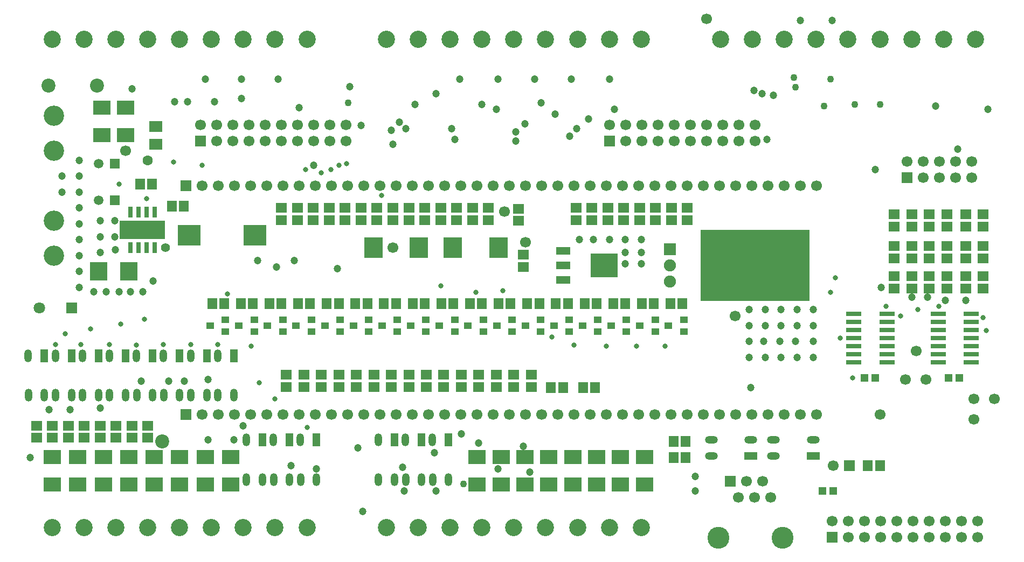
<source format=gts>
%FSLAX42Y42*%
%MOMM*%
G71*
G01*
G75*
%ADD10C,0.20*%
%ADD11O,1.00X1.80*%
%ADD12R,1.00X1.80*%
%ADD13R,3.40X3.00*%
%ADD14R,1.10X1.00*%
%ADD15R,2.20X0.60*%
%ADD16R,1.50X1.30*%
%ADD17R,2.70X3.00*%
%ADD18R,2.60X2.00*%
%ADD19R,1.80X1.00*%
%ADD20O,1.80X1.00*%
%ADD21R,1.30X1.50*%
%ADD22R,1.00X0.85*%
%ADD23R,4.00X3.50*%
%ADD24R,2.00X1.00*%
%ADD25R,7.00X2.80*%
%ADD26R,0.60X1.50*%
%ADD27R,1.80X1.60*%
%ADD28R,2.50X2.70*%
%ADD29R,17.00X11.00*%
%ADD30C,0.25*%
%ADD31C,1.50*%
%ADD32C,2.00*%
%ADD33C,0.30*%
%ADD34C,1.00*%
%ADD35C,0.80*%
%ADD36C,0.40*%
%ADD37C,0.50*%
%ADD38R,3.00X11.50*%
%ADD39R,12.25X11.00*%
%ADD40R,13.50X1.20*%
%ADD41R,3.00X4.40*%
%ADD42R,0.80X4.00*%
%ADD43R,4.55X0.80*%
%ADD44R,7.75X5.25*%
%ADD45R,11.50X1.75*%
%ADD46R,11.75X1.25*%
%ADD47R,2.25X3.90*%
%ADD48R,3.50X23.00*%
%ADD49R,8.25X7.00*%
%ADD50C,4.50*%
%ADD51C,1.50*%
%ADD52R,1.50X1.50*%
%ADD53C,3.25*%
%ADD54C,3.00*%
%ADD55R,1.30X1.30*%
%ADD56C,1.30*%
%ADD57R,1.60X1.60*%
%ADD58C,1.60*%
%ADD59C,2.00*%
%ADD60C,2.50*%
%ADD61R,1.70X1.70*%
%ADD62C,1.70*%
%ADD63C,1.40*%
%ADD64C,1.00*%
%ADD65C,0.60*%
%ADD66C,1.20*%
%ADD67C,0.90*%
%ADD68R,0.85X1.00*%
%ADD69R,1.60X1.80*%
%ADD70R,1.25X1.60*%
%ADD71O,1.25X1.60*%
%ADD72C,0.60*%
%ADD73C,0.25*%
%ADD74R,0.68X5.20*%
%ADD75C,0.13*%
%ADD76R,0.80X0.50*%
%ADD77R,1.61X0.20*%
%ADD78C,0.06*%
%ADD79R,1.70X0.40*%
%ADD80R,7.00X1.50*%
%ADD81R,3.00X12.00*%
%ADD82R,2.00X2.00*%
%ADD83R,2.00X2.00*%
%ADD84O,1.20X2.00*%
%ADD85R,1.20X2.00*%
%ADD86R,3.60X3.20*%
%ADD87R,1.30X1.20*%
%ADD88R,2.40X0.80*%
%ADD89R,1.70X1.50*%
%ADD90R,2.90X3.20*%
%ADD91R,2.80X2.20*%
%ADD92R,2.00X1.20*%
%ADD93O,2.00X1.20*%
%ADD94R,1.50X1.70*%
%ADD95R,1.20X1.05*%
%ADD96R,4.20X3.70*%
%ADD97R,2.20X1.20*%
%ADD98R,7.20X3.00*%
%ADD99R,0.80X1.70*%
%ADD100R,2.00X1.80*%
%ADD101R,2.70X2.90*%
%ADD102R,17.20X11.20*%
%ADD103C,4.70*%
%ADD104C,1.70*%
%ADD105R,1.70X1.70*%
%ADD106C,3.45*%
%ADD107C,3.20*%
%ADD108R,1.50X1.50*%
%ADD109C,1.50*%
%ADD110R,1.80X1.80*%
%ADD111C,1.80*%
%ADD112C,2.20*%
%ADD113C,2.70*%
%ADD114R,1.90X1.90*%
%ADD115C,1.90*%
%ADD116C,1.60*%
%ADD117C,1.20*%
%ADD118C,0.80*%
%ADD119C,1.40*%
%ADD120C,1.10*%
D84*
X3150Y-6095D02*
D03*
X3400D02*
D03*
X3146Y-5475D02*
D03*
X6521Y-6800D02*
D03*
X6775Y-7420D02*
D03*
X6525D02*
D03*
X6096Y-6800D02*
D03*
X6350Y-7420D02*
D03*
X6100D02*
D03*
X1446Y-5475D02*
D03*
X1700Y-6095D02*
D03*
X1450D02*
D03*
X1021Y-5475D02*
D03*
X1275Y-6095D02*
D03*
X1025D02*
D03*
X596Y-5475D02*
D03*
X850Y-6095D02*
D03*
X600D02*
D03*
X171Y-5475D02*
D03*
X425Y-6095D02*
D03*
X175D02*
D03*
X2721Y-5475D02*
D03*
X2975Y-6095D02*
D03*
X2725D02*
D03*
X2296Y-5475D02*
D03*
X2550Y-6095D02*
D03*
X2300D02*
D03*
X1871Y-5475D02*
D03*
X2125Y-6095D02*
D03*
X1875D02*
D03*
X5671Y-6800D02*
D03*
X5925Y-7420D02*
D03*
X5675D02*
D03*
X4446Y-6800D02*
D03*
X4700Y-7420D02*
D03*
X4450D02*
D03*
X4021Y-6800D02*
D03*
X4275Y-7420D02*
D03*
X4025D02*
D03*
X3596Y-6800D02*
D03*
X3850Y-7420D02*
D03*
X3600D02*
D03*
D85*
X3400Y-5475D02*
D03*
X6775Y-6800D02*
D03*
X6350D02*
D03*
X1700Y-5475D02*
D03*
X1275D02*
D03*
X850D02*
D03*
X425D02*
D03*
X2975D02*
D03*
X2550D02*
D03*
X2125D02*
D03*
X5925Y-6800D02*
D03*
X4700D02*
D03*
X4275D02*
D03*
X3850D02*
D03*
D86*
X2700Y-3575D02*
D03*
X3730D02*
D03*
D87*
X14630Y-5825D02*
D03*
X14800D02*
D03*
X13305D02*
D03*
X13475D02*
D03*
X12820Y-7600D02*
D03*
X12650D02*
D03*
D88*
X14465Y-4819D02*
D03*
Y-4946D02*
D03*
Y-5073D02*
D03*
Y-5200D02*
D03*
Y-5327D02*
D03*
Y-5454D02*
D03*
Y-5581D02*
D03*
X14985Y-4819D02*
D03*
Y-4946D02*
D03*
Y-5073D02*
D03*
Y-5200D02*
D03*
Y-5327D02*
D03*
Y-5454D02*
D03*
Y-5581D02*
D03*
X13140Y-4819D02*
D03*
Y-4946D02*
D03*
Y-5073D02*
D03*
Y-5200D02*
D03*
Y-5327D02*
D03*
Y-5454D02*
D03*
Y-5581D02*
D03*
X13660Y-4819D02*
D03*
Y-4946D02*
D03*
Y-5073D02*
D03*
Y-5200D02*
D03*
Y-5327D02*
D03*
Y-5454D02*
D03*
Y-5581D02*
D03*
D89*
X15175Y-4225D02*
D03*
Y-4415D02*
D03*
Y-3250D02*
D03*
Y-3440D02*
D03*
Y-3750D02*
D03*
Y-3940D02*
D03*
X14900Y-4225D02*
D03*
Y-4415D02*
D03*
Y-3250D02*
D03*
Y-3440D02*
D03*
Y-3750D02*
D03*
Y-3940D02*
D03*
X8075Y-5775D02*
D03*
Y-5965D02*
D03*
X7800Y-5775D02*
D03*
Y-5965D02*
D03*
X14600Y-4225D02*
D03*
Y-4415D02*
D03*
X14325Y-4225D02*
D03*
Y-4415D02*
D03*
X14600Y-3250D02*
D03*
Y-3440D02*
D03*
X14325Y-3250D02*
D03*
Y-3440D02*
D03*
X14600Y-3750D02*
D03*
Y-3940D02*
D03*
X14325Y-3750D02*
D03*
Y-3940D02*
D03*
X14050Y-4225D02*
D03*
Y-4415D02*
D03*
X13775Y-4225D02*
D03*
Y-4415D02*
D03*
X14050Y-3250D02*
D03*
Y-3440D02*
D03*
X13775Y-3250D02*
D03*
Y-3440D02*
D03*
X14050Y-3750D02*
D03*
Y-3940D02*
D03*
X13775Y-3750D02*
D03*
Y-3940D02*
D03*
X1050Y-6575D02*
D03*
Y-6765D02*
D03*
X800Y-6575D02*
D03*
Y-6765D02*
D03*
X550Y-6575D02*
D03*
Y-6765D02*
D03*
X5325Y-5775D02*
D03*
Y-5965D02*
D03*
X5050Y-5775D02*
D03*
Y-5965D02*
D03*
X4775Y-5775D02*
D03*
Y-5965D02*
D03*
X4500Y-5775D02*
D03*
Y-5965D02*
D03*
X1800Y-6575D02*
D03*
Y-6765D02*
D03*
X1550Y-6575D02*
D03*
Y-6765D02*
D03*
X1300Y-6575D02*
D03*
Y-6765D02*
D03*
X6425Y-5775D02*
D03*
Y-5965D02*
D03*
X6150Y-5775D02*
D03*
Y-5965D02*
D03*
X5875Y-5775D02*
D03*
Y-5965D02*
D03*
X5600Y-5775D02*
D03*
Y-5965D02*
D03*
X7525Y-5775D02*
D03*
Y-5965D02*
D03*
X7250Y-5775D02*
D03*
Y-5965D02*
D03*
X6975Y-5775D02*
D03*
Y-5965D02*
D03*
X6700Y-5775D02*
D03*
Y-5965D02*
D03*
X10525Y-3150D02*
D03*
Y-3340D02*
D03*
X10275Y-3150D02*
D03*
Y-3340D02*
D03*
X10025Y-3150D02*
D03*
Y-3340D02*
D03*
X9775Y-3150D02*
D03*
Y-3340D02*
D03*
X9525Y-3150D02*
D03*
Y-3340D02*
D03*
X4225Y-5775D02*
D03*
Y-5965D02*
D03*
X5900Y-3150D02*
D03*
Y-3340D02*
D03*
X5650Y-3150D02*
D03*
Y-3340D02*
D03*
X5400Y-3150D02*
D03*
Y-3340D02*
D03*
X5150Y-3150D02*
D03*
Y-3340D02*
D03*
X4900Y-3150D02*
D03*
Y-3340D02*
D03*
X4650Y-3150D02*
D03*
Y-3340D02*
D03*
X4400Y-3150D02*
D03*
Y-3340D02*
D03*
X4150Y-3150D02*
D03*
Y-3340D02*
D03*
X7875Y-3350D02*
D03*
Y-3160D02*
D03*
X7950Y-4075D02*
D03*
Y-3885D02*
D03*
X9275Y-3150D02*
D03*
Y-3340D02*
D03*
X9025Y-3150D02*
D03*
Y-3340D02*
D03*
X8775Y-3150D02*
D03*
Y-3340D02*
D03*
X7400Y-3150D02*
D03*
Y-3340D02*
D03*
X7150Y-3150D02*
D03*
Y-3340D02*
D03*
X6900Y-3150D02*
D03*
Y-3340D02*
D03*
X6650Y-3150D02*
D03*
Y-3340D02*
D03*
X6400Y-3150D02*
D03*
Y-3340D02*
D03*
X6150Y-3150D02*
D03*
Y-3340D02*
D03*
X2050Y-6765D02*
D03*
Y-6575D02*
D03*
X300Y-6765D02*
D03*
Y-6575D02*
D03*
D90*
X6308Y-3775D02*
D03*
X5592D02*
D03*
X6843D02*
D03*
X7557D02*
D03*
D91*
X9850Y-7500D02*
D03*
Y-7070D02*
D03*
X9475Y-7500D02*
D03*
Y-7070D02*
D03*
X9100Y-7500D02*
D03*
Y-7070D02*
D03*
X8725Y-7500D02*
D03*
Y-7070D02*
D03*
X1750Y-7500D02*
D03*
Y-7070D02*
D03*
X1350Y-7500D02*
D03*
Y-7070D02*
D03*
X950Y-7500D02*
D03*
Y-7070D02*
D03*
X550Y-7500D02*
D03*
Y-7070D02*
D03*
X3350Y-7500D02*
D03*
Y-7070D02*
D03*
X2950Y-7500D02*
D03*
Y-7070D02*
D03*
X2550Y-7500D02*
D03*
Y-7070D02*
D03*
X2150Y-7500D02*
D03*
Y-7070D02*
D03*
X8350Y-7500D02*
D03*
Y-7070D02*
D03*
X7975Y-7500D02*
D03*
Y-7070D02*
D03*
X7600Y-7500D02*
D03*
Y-7070D02*
D03*
X7225Y-7500D02*
D03*
Y-7070D02*
D03*
X1700Y-2000D02*
D03*
Y-1570D02*
D03*
X1325Y-1575D02*
D03*
Y-2005D02*
D03*
D92*
X12500Y-7050D02*
D03*
X11525D02*
D03*
D93*
X12500Y-6796D02*
D03*
X11880Y-7050D02*
D03*
Y-6800D02*
D03*
X11525Y-6796D02*
D03*
X10905Y-7050D02*
D03*
Y-6800D02*
D03*
D94*
X10450Y-4650D02*
D03*
X10260D02*
D03*
X10000D02*
D03*
X9810D02*
D03*
X9550D02*
D03*
X9360D02*
D03*
X9100D02*
D03*
X8910D02*
D03*
X9075Y-5975D02*
D03*
X8885D02*
D03*
X8575D02*
D03*
X8385D02*
D03*
X5050Y-4650D02*
D03*
X4860D02*
D03*
X4600D02*
D03*
X4410D02*
D03*
X4150D02*
D03*
X3960D02*
D03*
X3700Y-4650D02*
D03*
X3510D02*
D03*
X6850Y-4650D02*
D03*
X6660D02*
D03*
X6400D02*
D03*
X6210D02*
D03*
X5950D02*
D03*
X5760D02*
D03*
X5500D02*
D03*
X5310D02*
D03*
X8650D02*
D03*
X8460D02*
D03*
X8200D02*
D03*
X8010D02*
D03*
X7750D02*
D03*
X7560D02*
D03*
X7300D02*
D03*
X7110D02*
D03*
X13550Y-7200D02*
D03*
X13360D02*
D03*
X3250Y-4650D02*
D03*
X3060D02*
D03*
X2425Y-3125D02*
D03*
X2615D02*
D03*
X1925Y-2775D02*
D03*
X2115D02*
D03*
X10310Y-6825D02*
D03*
X10500D02*
D03*
Y-7075D02*
D03*
X10310D02*
D03*
D95*
X10470Y-5095D02*
D03*
Y-4905D02*
D03*
X10230Y-5000D02*
D03*
X10020Y-5095D02*
D03*
Y-4905D02*
D03*
X9780Y-5000D02*
D03*
X9570Y-5095D02*
D03*
Y-4905D02*
D03*
X9330Y-5000D02*
D03*
X9120Y-5095D02*
D03*
Y-4905D02*
D03*
X8880Y-5000D02*
D03*
X5070Y-5095D02*
D03*
Y-4905D02*
D03*
X4830Y-5000D02*
D03*
X4620Y-5095D02*
D03*
Y-4905D02*
D03*
X4380Y-5000D02*
D03*
X4170Y-5095D02*
D03*
Y-4905D02*
D03*
X3930Y-5000D02*
D03*
X3720Y-5095D02*
D03*
Y-4905D02*
D03*
X3480Y-5000D02*
D03*
X6870Y-5095D02*
D03*
Y-4905D02*
D03*
X6630Y-5000D02*
D03*
X6420Y-5095D02*
D03*
Y-4905D02*
D03*
X6180Y-5000D02*
D03*
X5970Y-5095D02*
D03*
Y-4905D02*
D03*
X5730Y-5000D02*
D03*
X5520Y-5095D02*
D03*
Y-4905D02*
D03*
X5280Y-5000D02*
D03*
X8670Y-5095D02*
D03*
Y-4905D02*
D03*
X8430Y-5000D02*
D03*
X8220Y-5095D02*
D03*
Y-4905D02*
D03*
X7980Y-5000D02*
D03*
X7770Y-5095D02*
D03*
Y-4905D02*
D03*
X7530Y-5000D02*
D03*
X7320Y-5095D02*
D03*
Y-4905D02*
D03*
X7080Y-5000D02*
D03*
X3270Y-5095D02*
D03*
Y-4905D02*
D03*
X3030Y-5000D02*
D03*
D96*
X9215Y-4055D02*
D03*
D97*
X8575Y-3825D02*
D03*
Y-4055D02*
D03*
Y-4285D02*
D03*
D98*
X1965Y-3495D02*
D03*
D99*
X1775Y-3775D02*
D03*
X1902D02*
D03*
X2029D02*
D03*
X2156D02*
D03*
X1775Y-3215D02*
D03*
X1902D02*
D03*
X2029D02*
D03*
X2156D02*
D03*
D100*
X2175Y-2150D02*
D03*
Y-1870D02*
D03*
D101*
X1280Y-4150D02*
D03*
X1750D02*
D03*
D102*
X11593Y-4053D02*
D03*
D103*
X12028Y-4054D02*
D03*
D104*
X15350Y-6150D02*
D03*
X15025D02*
D03*
Y-6475D02*
D03*
X14275Y-5850D02*
D03*
X14125Y-5400D02*
D03*
X13950Y-5850D02*
D03*
X11032Y-2800D02*
D03*
X11286D02*
D03*
X12556Y-6400D02*
D03*
X12302D02*
D03*
X12048D02*
D03*
X11794D02*
D03*
X11540D02*
D03*
X10270D02*
D03*
X10016D02*
D03*
X9762D02*
D03*
X9508D02*
D03*
X9254D02*
D03*
X9000D02*
D03*
X8746D02*
D03*
X8492D02*
D03*
X8238D02*
D03*
X7984D02*
D03*
X7730D02*
D03*
X7476D02*
D03*
X7222D02*
D03*
X6968D02*
D03*
X6714D02*
D03*
X6460D02*
D03*
X6206D02*
D03*
X5952D02*
D03*
X5698D02*
D03*
X5444D02*
D03*
X5190D02*
D03*
X4936D02*
D03*
X4682D02*
D03*
X4428D02*
D03*
X4174D02*
D03*
X3920D02*
D03*
X3666D02*
D03*
X3412D02*
D03*
X3158D02*
D03*
X2904D02*
D03*
X12556Y-2800D02*
D03*
X12302D02*
D03*
X12048D02*
D03*
X11794D02*
D03*
X11540D02*
D03*
X10778D02*
D03*
X10524D02*
D03*
X10270D02*
D03*
X10016D02*
D03*
X9762D02*
D03*
X9508D02*
D03*
X9254D02*
D03*
X9000D02*
D03*
X8746D02*
D03*
X8492D02*
D03*
X8238D02*
D03*
X7984D02*
D03*
X7730D02*
D03*
X7476D02*
D03*
X7222D02*
D03*
X6968D02*
D03*
X6714D02*
D03*
X6460D02*
D03*
X6206D02*
D03*
X5952D02*
D03*
X5698D02*
D03*
X5444D02*
D03*
X5190D02*
D03*
X4936D02*
D03*
X4682D02*
D03*
X4428D02*
D03*
X4174D02*
D03*
X3920D02*
D03*
X3666D02*
D03*
X3412D02*
D03*
X3158D02*
D03*
X2904D02*
D03*
X13975Y-2421D02*
D03*
X14229Y-2675D02*
D03*
Y-2421D02*
D03*
X14483Y-2675D02*
D03*
Y-2421D02*
D03*
X14737Y-2675D02*
D03*
Y-2421D02*
D03*
X14991Y-2675D02*
D03*
Y-2421D02*
D03*
X11586Y-1846D02*
D03*
Y-2100D02*
D03*
X11332Y-1846D02*
D03*
Y-2100D02*
D03*
X11078Y-1846D02*
D03*
Y-2100D02*
D03*
X10824Y-1846D02*
D03*
Y-2100D02*
D03*
X10570Y-1846D02*
D03*
Y-2100D02*
D03*
X10316Y-1846D02*
D03*
Y-2100D02*
D03*
X10062Y-1846D02*
D03*
Y-2100D02*
D03*
X9808Y-1846D02*
D03*
Y-2100D02*
D03*
X9554Y-1846D02*
D03*
Y-2100D02*
D03*
X9300Y-1846D02*
D03*
X5161D02*
D03*
Y-2100D02*
D03*
X4907Y-1846D02*
D03*
Y-2100D02*
D03*
X4653Y-1846D02*
D03*
Y-2100D02*
D03*
X4399Y-1846D02*
D03*
Y-2100D02*
D03*
X4145Y-1846D02*
D03*
Y-2100D02*
D03*
X3891Y-1846D02*
D03*
Y-2100D02*
D03*
X3637Y-1846D02*
D03*
Y-2100D02*
D03*
X3383Y-1846D02*
D03*
Y-2100D02*
D03*
X3129Y-1846D02*
D03*
Y-2100D02*
D03*
X2875Y-1846D02*
D03*
X11454Y-7450D02*
D03*
X11708D02*
D03*
X11327Y-7700D02*
D03*
X11581D02*
D03*
X11835D02*
D03*
X15086Y-8071D02*
D03*
Y-8325D02*
D03*
X14832Y-8071D02*
D03*
Y-8325D02*
D03*
X14578Y-8071D02*
D03*
Y-8325D02*
D03*
X14324Y-8071D02*
D03*
X14070D02*
D03*
Y-8325D02*
D03*
X13816Y-8071D02*
D03*
Y-8325D02*
D03*
X13562Y-8071D02*
D03*
X13308D02*
D03*
X13054D02*
D03*
Y-8325D02*
D03*
X12800Y-8071D02*
D03*
X12821Y-7200D02*
D03*
X1700Y-2250D02*
D03*
X10524Y-6400D02*
D03*
X10778D02*
D03*
X11032D02*
D03*
X11286D02*
D03*
X13308Y-8325D02*
D03*
X13562D02*
D03*
X14324D02*
D03*
X7985Y-3690D02*
D03*
X10825Y-175D02*
D03*
X13550Y-6400D02*
D03*
X7650Y-3210D02*
D03*
X5900Y-3770D02*
D03*
X11275Y-4850D02*
D03*
D105*
X2650Y-6400D02*
D03*
Y-2800D02*
D03*
X13975Y-2675D02*
D03*
X9300Y-2100D02*
D03*
X2875D02*
D03*
X11200Y-7450D02*
D03*
X12800Y-8325D02*
D03*
X13075Y-7200D02*
D03*
D106*
X11010Y-8335D02*
D03*
X12025D02*
D03*
D107*
X575Y-2250D02*
D03*
Y-3350D02*
D03*
Y-3900D02*
D03*
Y-1700D02*
D03*
D108*
X1529Y-3025D02*
D03*
Y-2450D02*
D03*
D109*
X1275Y-3025D02*
D03*
Y-2450D02*
D03*
D110*
X850Y-4725D02*
D03*
D111*
X342D02*
D03*
D112*
X490Y-1225D02*
D03*
X1250D02*
D03*
X2275Y-6825D02*
D03*
D113*
X7300Y-500D02*
D03*
X7800D02*
D03*
X8300D02*
D03*
X8800D02*
D03*
X9300D02*
D03*
X9800D02*
D03*
X11050D02*
D03*
X11550D02*
D03*
X12050D02*
D03*
X550D02*
D03*
X1050D02*
D03*
X1550D02*
D03*
X2050D02*
D03*
X2550D02*
D03*
X3050D02*
D03*
X3550D02*
D03*
X4050D02*
D03*
X4550D02*
D03*
X5800D02*
D03*
X6300D02*
D03*
X6800D02*
D03*
X12550D02*
D03*
X13050D02*
D03*
X13550D02*
D03*
X14050D02*
D03*
X14550D02*
D03*
X15050D02*
D03*
X1550Y-8175D02*
D03*
X1050D02*
D03*
X550D02*
D03*
X3050D02*
D03*
X2550D02*
D03*
X2050D02*
D03*
X4550D02*
D03*
X4050D02*
D03*
X3550D02*
D03*
X6800D02*
D03*
X6300D02*
D03*
X5800D02*
D03*
X8300D02*
D03*
X7800D02*
D03*
X7300D02*
D03*
X9800D02*
D03*
X9300D02*
D03*
X8800D02*
D03*
D114*
X10250Y-3800D02*
D03*
D115*
Y-4054D02*
D03*
Y-4308D02*
D03*
D116*
X2050Y-2400D02*
D03*
D117*
X10650Y-7375D02*
D03*
X9550Y-3850D02*
D03*
Y-4030D02*
D03*
X11725Y-5250D02*
D03*
X11975D02*
D03*
X12225D02*
D03*
X12500D02*
D03*
Y-5500D02*
D03*
X12250D02*
D03*
X12000D02*
D03*
X11750D02*
D03*
X11500D02*
D03*
Y-5250D02*
D03*
Y-5000D02*
D03*
X11750D02*
D03*
X12000D02*
D03*
X12250D02*
D03*
X12500D02*
D03*
Y-4750D02*
D03*
X12250D02*
D03*
X12000D02*
D03*
X11750D02*
D03*
X11500D02*
D03*
X4075Y-4075D02*
D03*
X4350Y-3975D02*
D03*
X5025Y-4100D02*
D03*
X9800Y-4030D02*
D03*
Y-3850D02*
D03*
Y-3650D02*
D03*
X9550D02*
D03*
X9300D02*
D03*
X9050D02*
D03*
X8830Y-3650D02*
D03*
X700Y-2900D02*
D03*
Y-2650D02*
D03*
X1400Y-4470D02*
D03*
X1200D02*
D03*
X1300Y-3850D02*
D03*
Y-3600D02*
D03*
Y-3350D02*
D03*
X1536Y-3811D02*
D03*
X1530Y-3600D02*
D03*
Y-3350D02*
D03*
X970Y-4400D02*
D03*
Y-4150D02*
D03*
Y-3900D02*
D03*
Y-3650D02*
D03*
Y-3400D02*
D03*
Y-3150D02*
D03*
Y-2900D02*
D03*
Y-2650D02*
D03*
Y-2400D02*
D03*
X10650Y-7600D02*
D03*
X7250Y-6850D02*
D03*
X7950Y-6900D02*
D03*
X3400Y-6800D02*
D03*
X3000D02*
D03*
X6950Y-1125D02*
D03*
X7550D02*
D03*
X8125D02*
D03*
X8700D02*
D03*
X9300D02*
D03*
X3525D02*
D03*
X4100D02*
D03*
X11525Y-5975D02*
D03*
X13575Y-4400D02*
D03*
X14050Y-4550D02*
D03*
X14300D02*
D03*
X14575Y-4600D02*
D03*
X14900D02*
D03*
X1800Y-1275D02*
D03*
X200Y-7075D02*
D03*
X500Y-6325D02*
D03*
X825D02*
D03*
X1300Y-6300D02*
D03*
X1950Y-5875D02*
D03*
X2375D02*
D03*
X2625D02*
D03*
X3000Y-5850D02*
D03*
X5425Y-7925D02*
D03*
X4300Y-7200D02*
D03*
X4700Y-7250D02*
D03*
X6075Y-7600D02*
D03*
X6550Y-7000D02*
D03*
X7550Y-7250D02*
D03*
X8050Y-7300D02*
D03*
X6050Y-7225D02*
D03*
X6575Y-7600D02*
D03*
X3550Y-6575D02*
D03*
X5350Y-6925D02*
D03*
X6975Y-6700D02*
D03*
X11875Y-1375D02*
D03*
X11700Y-1350D02*
D03*
X11575Y-1300D02*
D03*
X12800Y-200D02*
D03*
X12300D02*
D03*
X7525Y-1600D02*
D03*
X8450Y-1675D02*
D03*
X9380Y-1600D02*
D03*
X6000Y-1800D02*
D03*
X7830Y-1950D02*
D03*
X2675Y-1475D02*
D03*
X3525Y-1425D02*
D03*
X4425Y-1575D02*
D03*
X5400Y-1850D02*
D03*
X5875Y-1925D02*
D03*
X6100Y-1900D02*
D03*
X6825D02*
D03*
X6875Y-2075D02*
D03*
X7830Y-2100D02*
D03*
X7975Y-1825D02*
D03*
X8675Y-2025D02*
D03*
X5900Y-2150D02*
D03*
X8790Y-1900D02*
D03*
X2475Y-1475D02*
D03*
X3100D02*
D03*
X5225Y-1245D02*
D03*
X6250Y-1520D02*
D03*
X6575Y-1350D02*
D03*
X7300Y-1525D02*
D03*
X8225Y-1500D02*
D03*
X8975Y-1750D02*
D03*
X2950Y-1125D02*
D03*
X1600Y-4470D02*
D03*
X1775Y-4470D02*
D03*
X1975D02*
D03*
X2130Y-4300D02*
D03*
X3775Y-3975D02*
D03*
X4653Y-2478D02*
D03*
X15250Y-1600D02*
D03*
X14425Y-1550D02*
D03*
X13475Y-2550D02*
D03*
X14775Y-2225D02*
D03*
X11775Y-2075D02*
D03*
D118*
X1600Y-2775D02*
D03*
X2029Y-3004D02*
D03*
X8400Y-5175D02*
D03*
X10175Y-5325D02*
D03*
X9725D02*
D03*
X9250D02*
D03*
X8746Y-5304D02*
D03*
X3675Y-5325D02*
D03*
X13875Y-4850D02*
D03*
X13125Y-5825D02*
D03*
X12925Y-5200D02*
D03*
X15225Y-5075D02*
D03*
X15175Y-4875D02*
D03*
X12850Y-4250D02*
D03*
X14475Y-4700D02*
D03*
X13650D02*
D03*
X12775Y-4475D02*
D03*
X14150Y-4750D02*
D03*
X2450Y-2425D02*
D03*
X2000Y-4900D02*
D03*
X1625Y-4975D02*
D03*
X1150Y-5050D02*
D03*
X750Y-5125D02*
D03*
X3150Y-5300D02*
D03*
X2725D02*
D03*
X1871Y-5304D02*
D03*
X2296Y-5296D02*
D03*
X1450Y-5300D02*
D03*
X1000D02*
D03*
X600D02*
D03*
X3300Y-4500D02*
D03*
X6650Y-4375D02*
D03*
X3800Y-5900D02*
D03*
X7200Y-4475D02*
D03*
X4050Y-6150D02*
D03*
X7625Y-4450D02*
D03*
X4550Y-6600D02*
D03*
X2900Y-2475D02*
D03*
X4525Y-2550D02*
D03*
X4775Y-2600D02*
D03*
X4925Y-2550D02*
D03*
X5050Y-2475D02*
D03*
X5175Y-2450D02*
D03*
X5725Y-2950D02*
D03*
D119*
X2325Y-3775D02*
D03*
D120*
X7010Y-7490D02*
D03*
X12225Y-1250D02*
D03*
X12775Y-1125D02*
D03*
X12200Y-1100D02*
D03*
X5200Y-1500D02*
D03*
X13550Y-1525D02*
D03*
X13154Y-1521D02*
D03*
X12675Y-1550D02*
D03*
M02*

</source>
